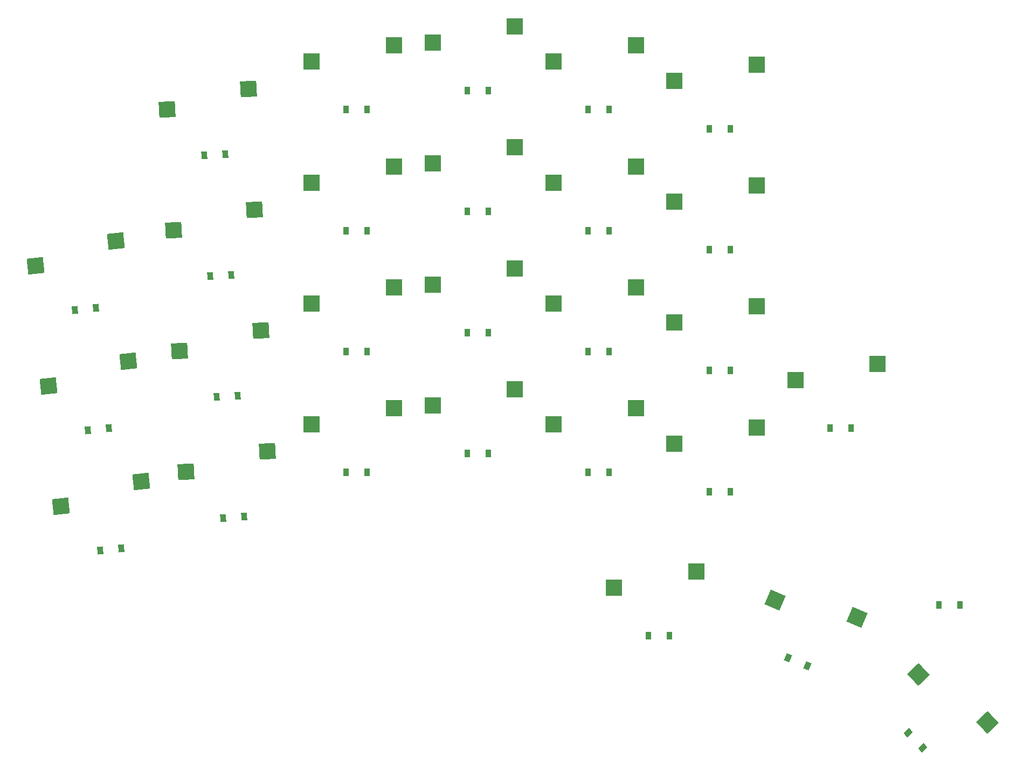
<source format=gbr>
%TF.GenerationSoftware,KiCad,Pcbnew,9.0.0*%
%TF.CreationDate,2025-04-09T21:01:40+02:00*%
%TF.ProjectId,left,6c656674-2e6b-4696-9361-645f70636258,1*%
%TF.SameCoordinates,Original*%
%TF.FileFunction,Paste,Bot*%
%TF.FilePolarity,Positive*%
%FSLAX46Y46*%
G04 Gerber Fmt 4.6, Leading zero omitted, Abs format (unit mm)*
G04 Created by KiCad (PCBNEW 9.0.0) date 2025-04-09 21:01:40*
%MOMM*%
%LPD*%
G01*
G04 APERTURE LIST*
G04 Aperture macros list*
%AMRotRect*
0 Rectangle, with rotation*
0 The origin of the aperture is its center*
0 $1 length*
0 $2 width*
0 $3 Rotation angle, in degrees counterclockwise*
0 Add horizontal line*
21,1,$1,$2,0,0,$3*%
G04 Aperture macros list end*
%ADD10R,2.550000X2.500000*%
%ADD11R,0.900000X1.200000*%
%ADD12RotRect,2.550000X2.500000X6.000000*%
%ADD13RotRect,0.900000X1.200000X3.000000*%
%ADD14RotRect,2.550000X2.500000X3.000000*%
%ADD15RotRect,2.550000X2.500000X314.000000*%
%ADD16RotRect,0.900000X1.200000X314.000000*%
%ADD17RotRect,2.550000X2.500000X337.000000*%
%ADD18RotRect,0.900000X1.200000X6.000000*%
%ADD19RotRect,0.900000X1.200000X337.000000*%
G04 APERTURE END LIST*
D10*
%TO.C,S13*%
X184834992Y-122459996D03*
X197761992Y-119919996D03*
%TD*%
%TO.C,S25*%
X213334996Y-170110005D03*
X226261996Y-167570005D03*
%TD*%
D11*
%TO.C,D9*%
X171270000Y-133000004D03*
X174570000Y-133000004D03*
%TD*%
D12*
%TO.C,S3*%
X122500445Y-119527458D03*
X135091127Y-115650131D03*
%TD*%
D11*
%TO.C,D19*%
X209269994Y-95000008D03*
X212569994Y-95000008D03*
%TD*%
%TO.C,D17*%
X209269992Y-132999993D03*
X212569992Y-132999993D03*
%TD*%
D13*
%TO.C,D4*%
X151925293Y-159115385D03*
X155220771Y-158942677D03*
%TD*%
D14*
%TO.C,S5*%
X145108741Y-132896198D03*
X157885092Y-129683132D03*
%TD*%
D11*
%TO.C,D18*%
X209269994Y-113999999D03*
X212569994Y-113999999D03*
%TD*%
%TO.C,D21*%
X228269991Y-136000001D03*
X231569991Y-136000001D03*
%TD*%
D14*
%TO.C,S4*%
X146103125Y-151870162D03*
X158879476Y-148657096D03*
%TD*%
D15*
%TO.C,S27*%
X261179162Y-183711181D03*
X271986133Y-191245655D03*
%TD*%
D10*
%TO.C,S14*%
X184834994Y-103460000D03*
X197761994Y-100920000D03*
%TD*%
D11*
%TO.C,D13*%
X190269995Y-129999998D03*
X193569995Y-129999998D03*
%TD*%
D14*
%TO.C,S7*%
X143119977Y-94948286D03*
X155896328Y-91735220D03*
%TD*%
D11*
%TO.C,D25*%
X218769991Y-177650000D03*
X222069991Y-177650000D03*
%TD*%
%TO.C,D8*%
X171269989Y-152000000D03*
X174569989Y-152000000D03*
%TD*%
D16*
%TO.C,D27*%
X259530810Y-192858513D03*
X261823182Y-195232335D03*
%TD*%
D11*
%TO.C,D14*%
X190269993Y-111000002D03*
X193569993Y-111000002D03*
%TD*%
%TO.C,D24*%
X247269991Y-144999995D03*
X250569991Y-144999995D03*
%TD*%
D17*
%TO.C,S26*%
X238640673Y-172043592D03*
X251532496Y-174756492D03*
%TD*%
D10*
%TO.C,S20*%
X222834988Y-147459999D03*
X235761988Y-144919999D03*
%TD*%
D11*
%TO.C,D10*%
X171269997Y-114000004D03*
X174569997Y-114000004D03*
%TD*%
%TO.C,D28*%
X264369989Y-172800004D03*
X267669989Y-172800004D03*
%TD*%
D10*
%TO.C,S15*%
X184834991Y-84460005D03*
X197761991Y-81920005D03*
%TD*%
D18*
%TO.C,D1*%
X132665905Y-164249873D03*
X135947827Y-163904929D03*
%TD*%
D10*
%TO.C,S24*%
X241834992Y-137460007D03*
X254761992Y-134920007D03*
%TD*%
D11*
%TO.C,D11*%
X171269990Y-95000003D03*
X174569990Y-95000003D03*
%TD*%
%TO.C,D16*%
X209269991Y-152000008D03*
X212569991Y-152000008D03*
%TD*%
D13*
%TO.C,D7*%
X148942140Y-102193500D03*
X152237618Y-102020792D03*
%TD*%
D10*
%TO.C,S18*%
X203834997Y-106460002D03*
X216761997Y-103920002D03*
%TD*%
D11*
%TO.C,D15*%
X190269988Y-92000009D03*
X193569988Y-92000009D03*
%TD*%
D10*
%TO.C,S9*%
X165834994Y-125460006D03*
X178761994Y-122920006D03*
%TD*%
%TO.C,S8*%
X165834993Y-144459999D03*
X178761993Y-141919999D03*
%TD*%
D11*
%TO.C,D22*%
X228269991Y-117000000D03*
X231569991Y-117000000D03*
%TD*%
D10*
%TO.C,S10*%
X165834993Y-106460001D03*
X178761993Y-103920001D03*
%TD*%
D14*
%TO.C,S6*%
X144114354Y-113922243D03*
X156890705Y-110709177D03*
%TD*%
D11*
%TO.C,D23*%
X228269993Y-98000003D03*
X231569993Y-98000003D03*
%TD*%
D10*
%TO.C,S22*%
X222834994Y-109460001D03*
X235761994Y-106920001D03*
%TD*%
%TO.C,S21*%
X222834997Y-128460002D03*
X235761997Y-125920002D03*
%TD*%
%TO.C,S11*%
X165834994Y-87460009D03*
X178761994Y-84920009D03*
%TD*%
%TO.C,S23*%
X222834989Y-90460004D03*
X235761989Y-87920004D03*
%TD*%
D18*
%TO.C,D3*%
X128693819Y-126458046D03*
X131975741Y-126113102D03*
%TD*%
D12*
%TO.C,S2*%
X124486494Y-138423373D03*
X137077176Y-134546046D03*
%TD*%
D18*
%TO.C,D2*%
X130679864Y-145353961D03*
X133961786Y-145009017D03*
%TD*%
D11*
%TO.C,D20*%
X228269989Y-155000007D03*
X231569989Y-155000007D03*
%TD*%
D10*
%TO.C,S16*%
X203834992Y-144460003D03*
X216761992Y-141920003D03*
%TD*%
%TO.C,S19*%
X203834988Y-87460001D03*
X216761988Y-84920001D03*
%TD*%
D19*
%TO.C,D26*%
X240697504Y-181107825D03*
X243735170Y-182397237D03*
%TD*%
D13*
%TO.C,D5*%
X150930909Y-140141421D03*
X154226387Y-139968713D03*
%TD*%
D11*
%TO.C,D12*%
X190269993Y-148999999D03*
X193569993Y-148999999D03*
%TD*%
D13*
%TO.C,D6*%
X149936529Y-121167461D03*
X153232007Y-120994753D03*
%TD*%
D12*
%TO.C,S1*%
X126472530Y-157319286D03*
X139063212Y-153441959D03*
%TD*%
D10*
%TO.C,S12*%
X184834990Y-141459997D03*
X197761990Y-138919997D03*
%TD*%
%TO.C,S17*%
X203835000Y-125460000D03*
X216762000Y-122920000D03*
%TD*%
M02*

</source>
